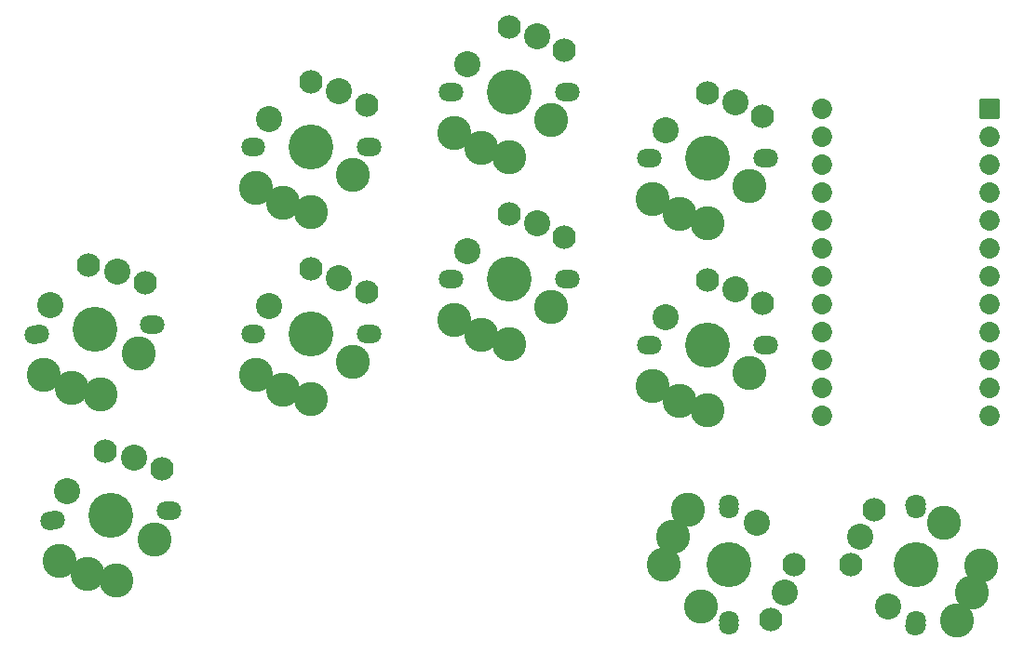
<source format=gbr>
%TF.GenerationSoftware,KiCad,Pcbnew,6.0.0-rc2*%
%TF.CreationDate,2021-12-17T22:08:25+01:00*%
%TF.ProjectId,nano0,6e616e6f-302e-46b6-9963-61645f706362,VERSION_HERE*%
%TF.SameCoordinates,Original*%
%TF.FileFunction,Soldermask,Top*%
%TF.FilePolarity,Negative*%
%FSLAX46Y46*%
G04 Gerber Fmt 4.6, Leading zero omitted, Abs format (unit mm)*
G04 Created by KiCad (PCBNEW 6.0.0-rc2) date 2021-12-17 22:08:25*
%MOMM*%
%LPD*%
G01*
G04 APERTURE LIST*
G04 Aperture macros list*
%AMRoundRect*
0 Rectangle with rounded corners*
0 $1 Rounding radius*
0 $2 $3 $4 $5 $6 $7 $8 $9 X,Y pos of 4 corners*
0 Add a 4 corners polygon primitive as box body*
4,1,4,$2,$3,$4,$5,$6,$7,$8,$9,$2,$3,0*
0 Add four circle primitives for the rounded corners*
1,1,$1+$1,$2,$3*
1,1,$1+$1,$4,$5*
1,1,$1+$1,$6,$7*
1,1,$1+$1,$8,$9*
0 Add four rect primitives between the rounded corners*
20,1,$1+$1,$2,$3,$4,$5,0*
20,1,$1+$1,$4,$5,$6,$7,0*
20,1,$1+$1,$6,$7,$8,$9,0*
20,1,$1+$1,$8,$9,$2,$3,0*%
G04 Aperture macros list end*
%ADD10C,3.529000*%
%ADD11C,1.801800*%
%ADD12C,2.132000*%
%ADD13C,4.087800*%
%ADD14C,2.386000*%
%ADD15C,3.100000*%
%ADD16RoundRect,0.050000X-0.876300X0.876300X-0.876300X-0.876300X0.876300X-0.876300X0.876300X0.876300X0*%
%ADD17C,1.852600*%
G04 APERTURE END LIST*
D10*
%TO.C,S1*%
X174893365Y-155708351D03*
D11*
X180372436Y-155228994D03*
X169414294Y-156187708D03*
D12*
X179543147Y-151487032D03*
X174379146Y-149830802D03*
%TD*%
D13*
%TO.C,S2*%
X174893365Y-155708351D03*
D11*
X179954034Y-155265600D03*
X169832696Y-156151102D03*
D14*
X176980948Y-150426306D03*
X170876488Y-153510080D03*
%TD*%
D10*
%TO.C,S3*%
X174893365Y-155708351D03*
D11*
X169414294Y-156187708D03*
X180372436Y-155228994D03*
D15*
X170239226Y-159879860D03*
X175411942Y-161635709D03*
%TD*%
D13*
%TO.C,S4*%
X174893365Y-155708351D03*
D11*
X169832696Y-156151102D03*
X179954034Y-155265600D03*
D15*
X172805782Y-160990396D03*
X178910242Y-157906622D03*
%TD*%
D10*
%TO.C,S5*%
X173411717Y-138773041D03*
D11*
X178890788Y-138293684D03*
X167932646Y-139252398D03*
D12*
X178061499Y-134551722D03*
X172897498Y-132895492D03*
%TD*%
D13*
%TO.C,S6*%
X173411717Y-138773041D03*
D11*
X178472386Y-138330290D03*
X168351048Y-139215792D03*
D14*
X175499300Y-133490996D03*
X169394840Y-136574770D03*
%TD*%
D10*
%TO.C,S7*%
X173411717Y-138773041D03*
D11*
X167932646Y-139252398D03*
X178890788Y-138293684D03*
D15*
X168757578Y-142944550D03*
X173930294Y-144700399D03*
%TD*%
D13*
%TO.C,S8*%
X173411717Y-138773041D03*
D11*
X168351048Y-139215792D03*
X178472386Y-138330290D03*
D15*
X171324134Y-144055086D03*
X177428594Y-140971312D03*
%TD*%
D10*
%TO.C,S9*%
X193132000Y-139174000D03*
D11*
X198632000Y-139174000D03*
X187632000Y-139174000D03*
D12*
X198132000Y-135374000D03*
X193132000Y-133274000D03*
%TD*%
D13*
%TO.C,S10*%
X193132000Y-139174000D03*
D11*
X198212000Y-139174000D03*
X188052000Y-139174000D03*
D14*
X195672000Y-134094000D03*
X189322000Y-136634000D03*
%TD*%
D10*
%TO.C,S11*%
X193132000Y-139174000D03*
D11*
X187632000Y-139174000D03*
X198632000Y-139174000D03*
D15*
X188132000Y-142924000D03*
X193132000Y-145124000D03*
%TD*%
D13*
%TO.C,S12*%
X193132000Y-139174000D03*
D11*
X188052000Y-139174000D03*
X198212000Y-139174000D03*
D15*
X190592000Y-144254000D03*
X196942000Y-141714000D03*
%TD*%
D10*
%TO.C,S13*%
X193132000Y-122174000D03*
D11*
X198632000Y-122174000D03*
X187632000Y-122174000D03*
D12*
X198132000Y-118374000D03*
X193132000Y-116274000D03*
%TD*%
D13*
%TO.C,S14*%
X193132000Y-122174000D03*
D11*
X198212000Y-122174000D03*
X188052000Y-122174000D03*
D14*
X195672000Y-117094000D03*
X189322000Y-119634000D03*
%TD*%
D10*
%TO.C,S15*%
X193132000Y-122174000D03*
D11*
X187632000Y-122174000D03*
X198632000Y-122174000D03*
D15*
X188132000Y-125924000D03*
X193132000Y-128124000D03*
%TD*%
D13*
%TO.C,S16*%
X193132000Y-122174000D03*
D11*
X188052000Y-122174000D03*
X198212000Y-122174000D03*
D15*
X190592000Y-127254000D03*
X196942000Y-124714000D03*
%TD*%
D10*
%TO.C,S17*%
X211132000Y-134174000D03*
D11*
X216632000Y-134174000D03*
X205632000Y-134174000D03*
D12*
X216132000Y-130374000D03*
X211132000Y-128274000D03*
%TD*%
D13*
%TO.C,S18*%
X211132000Y-134174000D03*
D11*
X216212000Y-134174000D03*
X206052000Y-134174000D03*
D14*
X213672000Y-129094000D03*
X207322000Y-131634000D03*
%TD*%
D10*
%TO.C,S19*%
X211132000Y-134174000D03*
D11*
X205632000Y-134174000D03*
X216632000Y-134174000D03*
D15*
X206132000Y-137924000D03*
X211132000Y-140124000D03*
%TD*%
D13*
%TO.C,S20*%
X211132000Y-134174000D03*
D11*
X206052000Y-134174000D03*
X216212000Y-134174000D03*
D15*
X208592000Y-139254000D03*
X214942000Y-136714000D03*
%TD*%
D10*
%TO.C,S21*%
X211132000Y-117174000D03*
D11*
X216632000Y-117174000D03*
X205632000Y-117174000D03*
D12*
X216132000Y-113374000D03*
X211132000Y-111274000D03*
%TD*%
D13*
%TO.C,S22*%
X211132000Y-117174000D03*
D11*
X216212000Y-117174000D03*
X206052000Y-117174000D03*
D14*
X213672000Y-112094000D03*
X207322000Y-114634000D03*
%TD*%
D10*
%TO.C,S23*%
X211132000Y-117174000D03*
D11*
X205632000Y-117174000D03*
X216632000Y-117174000D03*
D15*
X206132000Y-120924000D03*
X211132000Y-123124000D03*
%TD*%
D13*
%TO.C,S24*%
X211132000Y-117174000D03*
D11*
X206052000Y-117174000D03*
X216212000Y-117174000D03*
D15*
X208592000Y-122254000D03*
X214942000Y-119714000D03*
%TD*%
D10*
%TO.C,S25*%
X229132000Y-140174000D03*
D11*
X234632000Y-140174000D03*
X223632000Y-140174000D03*
D12*
X234132000Y-136374000D03*
X229132000Y-134274000D03*
%TD*%
D13*
%TO.C,S26*%
X229132000Y-140174000D03*
D11*
X234212000Y-140174000D03*
X224052000Y-140174000D03*
D14*
X231672000Y-135094000D03*
X225322000Y-137634000D03*
%TD*%
D10*
%TO.C,S27*%
X229132000Y-140174000D03*
D11*
X223632000Y-140174000D03*
X234632000Y-140174000D03*
D15*
X224132000Y-143924000D03*
X229132000Y-146124000D03*
%TD*%
D13*
%TO.C,S28*%
X229132000Y-140174000D03*
D11*
X224052000Y-140174000D03*
X234212000Y-140174000D03*
D15*
X226592000Y-145254000D03*
X232942000Y-142714000D03*
%TD*%
D10*
%TO.C,S29*%
X229132000Y-123174000D03*
D11*
X234632000Y-123174000D03*
X223632000Y-123174000D03*
D12*
X234132000Y-119374000D03*
X229132000Y-117274000D03*
%TD*%
D13*
%TO.C,S30*%
X229132000Y-123174000D03*
D11*
X234212000Y-123174000D03*
X224052000Y-123174000D03*
D14*
X231672000Y-118094000D03*
X225322000Y-120634000D03*
%TD*%
D10*
%TO.C,S31*%
X229132000Y-123174000D03*
D11*
X223632000Y-123174000D03*
X234632000Y-123174000D03*
D15*
X224132000Y-126924000D03*
X229132000Y-129124000D03*
%TD*%
D13*
%TO.C,S32*%
X229132000Y-123174000D03*
D11*
X224052000Y-123174000D03*
X234212000Y-123174000D03*
D15*
X226592000Y-128254000D03*
X232942000Y-125714000D03*
%TD*%
D10*
%TO.C,S33*%
X231132000Y-160174000D03*
D11*
X231132000Y-165674000D03*
X231132000Y-154674000D03*
D12*
X234932000Y-165174000D03*
X237032000Y-160174000D03*
%TD*%
D13*
%TO.C,S34*%
X231132000Y-160174000D03*
D11*
X231132000Y-165254000D03*
X231132000Y-155094000D03*
D14*
X236212000Y-162714000D03*
X233672000Y-156364000D03*
%TD*%
D10*
%TO.C,S35*%
X231132000Y-160174000D03*
D11*
X231132000Y-154674000D03*
X231132000Y-165674000D03*
D15*
X227382000Y-155174000D03*
X225182000Y-160174000D03*
%TD*%
D13*
%TO.C,S36*%
X231132000Y-160174000D03*
D11*
X231132000Y-155094000D03*
X231132000Y-165254000D03*
D15*
X226052000Y-157634000D03*
X228592000Y-163984000D03*
%TD*%
D10*
%TO.C,S37*%
X248132000Y-160174000D03*
D11*
X248132000Y-154674000D03*
X248132000Y-165674000D03*
D12*
X244332000Y-155174000D03*
X242232000Y-160174000D03*
%TD*%
D13*
%TO.C,S38*%
X248132000Y-160174000D03*
D11*
X248132000Y-155094000D03*
X248132000Y-165254000D03*
D14*
X243052000Y-157634000D03*
X245592000Y-163984000D03*
%TD*%
D10*
%TO.C,S39*%
X248065600Y-160254000D03*
D11*
X248065600Y-165754000D03*
X248065600Y-154754000D03*
D15*
X251815600Y-165254000D03*
X254015600Y-160254000D03*
%TD*%
D13*
%TO.C,S40*%
X248132000Y-160174000D03*
D11*
X248132000Y-165254000D03*
X248132000Y-155094000D03*
D15*
X253212000Y-162714000D03*
X250672000Y-156364000D03*
%TD*%
D16*
%TO.C,MCU1*%
X254802000Y-118704000D03*
D17*
X254802000Y-121244000D03*
X254802000Y-123784000D03*
X254802000Y-126324000D03*
X254802000Y-128864000D03*
X254802000Y-131404000D03*
X254802000Y-133944000D03*
X254802000Y-136484000D03*
X254802000Y-139024000D03*
X254802000Y-141564000D03*
X254802000Y-144104000D03*
X254802000Y-146644000D03*
X239562000Y-118704000D03*
X239562000Y-121244000D03*
X239562000Y-123784000D03*
X239562000Y-126324000D03*
X239562000Y-128864000D03*
X239562000Y-131404000D03*
X239562000Y-133944000D03*
X239562000Y-136484000D03*
X239562000Y-139024000D03*
X239562000Y-141564000D03*
X239562000Y-144104000D03*
X239562000Y-146644000D03*
%TD*%
M02*

</source>
